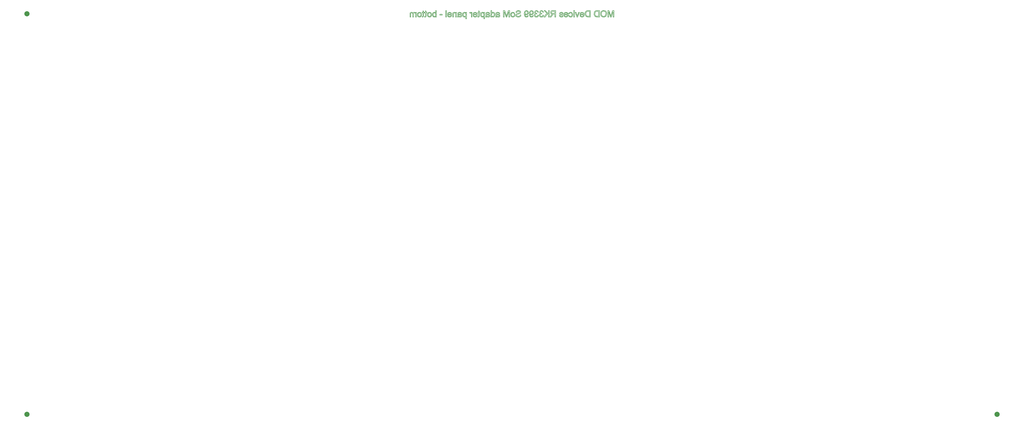
<source format=gbl>
%MOIN*%
%OFA0B0*%
%FSLAX44Y44*%
%IPPOS*%
%LPD*%
%ADD10C,0.07874015748031496*%
%ADD11C,0.0078740157480314977*%
D10*
X00007874Y00001968D03*
X00155511Y00001968D03*
X00007874Y00062992D03*
D11*
X00097209Y00063483D02*
X00097013Y00063483D01*
X00096780Y00062787D01*
X00096752Y00062702D01*
X00096733Y00062641D01*
X00096711Y00062707D01*
X00096681Y00062799D01*
X00096445Y00063483D01*
X00096270Y00063483D01*
X00096270Y00062500D01*
X00096395Y00062500D01*
X00096395Y00063323D01*
X00096681Y00062500D01*
X00096799Y00062500D01*
X00097083Y00063337D01*
X00097083Y00062500D01*
X00097209Y00062500D01*
X00097209Y00063483D01*
X00096091Y00063094D02*
X00096067Y00063197D01*
X00096026Y00063286D01*
X00095968Y00063362D01*
X00095898Y00063423D01*
X00095817Y00063466D01*
X00095728Y00063492D01*
X00095629Y00063501D01*
X00095499Y00063484D01*
X00095383Y00063435D01*
X00095287Y00063358D01*
X00095216Y00063254D01*
X00095173Y00063130D01*
X00095159Y00062990D01*
X00095174Y00062848D01*
X00095219Y00062722D01*
X00095292Y00062619D01*
X00095390Y00062543D01*
X00095505Y00062498D01*
X00095629Y00062483D01*
X00095761Y00062500D01*
X00095878Y00062550D01*
X00095974Y00062629D01*
X00096043Y00062733D01*
X00096086Y00062852D01*
X00096100Y00062979D01*
X00096091Y00063094D01*
X00095942Y00062818D02*
X00095870Y00062696D01*
X00095762Y00062620D01*
X00095630Y00062594D01*
X00095560Y00062601D01*
X00095496Y00062620D01*
X00095439Y00062652D01*
X00095388Y00062697D01*
X00095317Y00062822D01*
X00095293Y00062991D01*
X00095303Y00063103D01*
X00095334Y00063200D01*
X00095384Y00063280D01*
X00095452Y00063339D01*
X00095535Y00063376D01*
X00095628Y00063388D01*
X00095756Y00063365D01*
X00095866Y00063294D01*
X00095909Y00063238D01*
X00095941Y00063167D01*
X00095959Y00063080D01*
X00095965Y00062977D01*
X00095942Y00062818D01*
X00094991Y00063483D02*
X00094652Y00063483D01*
X00094551Y00063480D01*
X00094477Y00063469D01*
X00094399Y00063442D01*
X00094333Y00063399D01*
X00094265Y00063324D01*
X00094217Y00063230D01*
X00094188Y00063121D01*
X00094178Y00062997D01*
X00094185Y00062891D01*
X00094204Y00062798D01*
X00094234Y00062719D01*
X00094271Y00062655D01*
X00094361Y00062566D01*
X00094478Y00062516D01*
X00094636Y00062500D01*
X00094991Y00062500D01*
X00094991Y00063483D01*
X00094651Y00062616D02*
X00094564Y00062620D01*
X00094498Y00062634D01*
X00094410Y00062685D01*
X00094369Y00062739D01*
X00094338Y00062809D01*
X00094319Y00062896D01*
X00094312Y00062999D01*
X00094325Y00063135D01*
X00094363Y00063236D01*
X00094419Y00063305D01*
X00094486Y00063347D01*
X00094554Y00063362D01*
X00094654Y00063367D01*
X00094861Y00063367D01*
X00094861Y00062616D01*
X00094651Y00062616D01*
X00093617Y00063483D02*
X00093278Y00063483D01*
X00093177Y00063480D01*
X00093103Y00063469D01*
X00093025Y00063442D01*
X00092959Y00063399D01*
X00092891Y00063324D01*
X00092843Y00063230D01*
X00092814Y00063121D01*
X00092804Y00062997D01*
X00092811Y00062891D01*
X00092830Y00062798D01*
X00092860Y00062719D01*
X00092897Y00062655D01*
X00092987Y00062566D01*
X00093104Y00062516D01*
X00093262Y00062500D01*
X00093617Y00062500D01*
X00093617Y00063483D01*
X00093277Y00062616D02*
X00093190Y00062620D01*
X00093124Y00062634D01*
X00093036Y00062685D01*
X00092995Y00062739D01*
X00092964Y00062809D01*
X00092945Y00062896D01*
X00092938Y00062999D01*
X00092951Y00063135D01*
X00092989Y00063236D01*
X00093045Y00063305D01*
X00093112Y00063347D01*
X00093180Y00063362D01*
X00093280Y00063367D01*
X00093487Y00063367D01*
X00093487Y00062616D01*
X00093277Y00062616D01*
X00092028Y00062714D02*
X00092070Y00062616D01*
X00092137Y00062544D01*
X00092228Y00062498D01*
X00092341Y00062483D01*
X00092481Y00062507D01*
X00092589Y00062580D01*
X00092658Y00062695D01*
X00092681Y00062850D01*
X00092657Y00063009D01*
X00092588Y00063129D01*
X00092482Y00063203D01*
X00092348Y00063228D01*
X00092218Y00063204D01*
X00092114Y00063131D01*
X00092046Y00063014D01*
X00092024Y00062857D01*
X00092024Y00062825D01*
X00092556Y00062825D01*
X00092536Y00062721D01*
X00092489Y00062645D01*
X00092422Y00062598D01*
X00092340Y00062583D01*
X00092279Y00062591D01*
X00092227Y00062618D01*
X00092185Y00062663D01*
X00092153Y00062729D01*
X00092028Y00062714D01*
X00092151Y00062924D02*
X00092167Y00063003D01*
X00092197Y00063059D01*
X00092263Y00063111D01*
X00092346Y00063129D01*
X00092423Y00063115D01*
X00092486Y00063073D01*
X00092530Y00063008D01*
X00092549Y00062924D01*
X00092151Y00062924D01*
X00091949Y00063212D02*
X00091822Y00063212D01*
X00091669Y00062785D01*
X00091623Y00062642D01*
X00091578Y00062777D01*
X00091420Y00063212D01*
X00091296Y00063212D01*
X00091565Y00062500D01*
X00091678Y00062500D01*
X00091949Y00063212D01*
X00091188Y00063483D02*
X00091068Y00063483D01*
X00091068Y00063344D01*
X00091188Y00063344D01*
X00091188Y00063483D01*
X00091188Y00063212D02*
X00091068Y00063212D01*
X00091068Y00062500D01*
X00091188Y00062500D01*
X00091188Y00063212D01*
X00090300Y00062745D02*
X00090335Y00062636D01*
X00090400Y00062553D01*
X00090489Y00062501D01*
X00090597Y00062483D01*
X00090729Y00062507D01*
X00090832Y00062579D01*
X00090898Y00062695D01*
X00090921Y00062853D01*
X00090911Y00062961D01*
X00090882Y00063055D01*
X00090834Y00063131D01*
X00090766Y00063185D01*
X00090684Y00063217D01*
X00090596Y00063228D01*
X00090490Y00063213D01*
X00090406Y00063169D01*
X00090346Y00063098D01*
X00090311Y00063003D01*
X00090429Y00062985D01*
X00090452Y00063047D01*
X00090488Y00063093D01*
X00090535Y00063120D01*
X00090591Y00063129D01*
X00090674Y00063112D01*
X00090740Y00063063D01*
X00090782Y00062979D01*
X00090797Y00062856D01*
X00090783Y00062732D01*
X00090742Y00062648D01*
X00090678Y00062599D01*
X00090598Y00062583D01*
X00090533Y00062594D01*
X00090479Y00062626D01*
X00090440Y00062682D01*
X00090419Y00062760D01*
X00090300Y00062745D01*
X00089584Y00062714D02*
X00089626Y00062616D01*
X00089694Y00062544D01*
X00089784Y00062498D01*
X00089898Y00062483D01*
X00090038Y00062507D01*
X00090145Y00062580D01*
X00090214Y00062695D01*
X00090237Y00062850D01*
X00090214Y00063009D01*
X00090144Y00063129D01*
X00090038Y00063203D01*
X00089904Y00063228D01*
X00089774Y00063204D01*
X00089671Y00063131D01*
X00089603Y00063014D01*
X00089580Y00062857D01*
X00089581Y00062825D01*
X00090112Y00062825D01*
X00090092Y00062721D01*
X00090046Y00062645D01*
X00089979Y00062598D01*
X00089897Y00062583D01*
X00089835Y00062591D01*
X00089783Y00062618D01*
X00089741Y00062663D01*
X00089709Y00062729D01*
X00089584Y00062714D01*
X00089708Y00062924D02*
X00089723Y00063003D01*
X00089753Y00063059D01*
X00089820Y00063111D01*
X00089903Y00063129D01*
X00089979Y00063115D01*
X00090043Y00063073D01*
X00090087Y00063008D01*
X00090106Y00062924D01*
X00089708Y00062924D01*
X00089361Y00062731D02*
X00089342Y00062668D01*
X00089305Y00062621D01*
X00089250Y00062592D01*
X00089177Y00062583D01*
X00089104Y00062591D01*
X00089054Y00062617D01*
X00089023Y00062653D01*
X00089013Y00062696D01*
X00089022Y00062733D01*
X00089049Y00062760D01*
X00089092Y00062779D01*
X00089172Y00062801D01*
X00089285Y00062833D01*
X00089356Y00062859D01*
X00089434Y00062927D01*
X00089454Y00062973D01*
X00089461Y00063023D01*
X00089439Y00063111D01*
X00089380Y00063178D01*
X00089303Y00063214D01*
X00089198Y00063228D01*
X00089051Y00063204D01*
X00088996Y00063176D01*
X00088958Y00063139D01*
X00088932Y00063090D01*
X00088916Y00063028D01*
X00089034Y00063012D01*
X00089050Y00063061D01*
X00089081Y00063098D01*
X00089127Y00063121D01*
X00089190Y00063129D01*
X00089261Y00063122D01*
X00089308Y00063101D01*
X00089335Y00063071D01*
X00089344Y00063037D01*
X00089329Y00062995D01*
X00089283Y00062962D01*
X00089247Y00062951D01*
X00089176Y00062932D01*
X00089068Y00062900D01*
X00088997Y00062876D01*
X00088918Y00062812D01*
X00088896Y00062766D01*
X00088889Y00062709D01*
X00088898Y00062650D01*
X00088924Y00062595D01*
X00088967Y00062548D01*
X00089026Y00062513D01*
X00089097Y00062491D01*
X00089176Y00062483D01*
X00089299Y00062498D01*
X00089388Y00062541D01*
X00089448Y00062613D01*
X00089481Y00062712D01*
X00089361Y00062731D01*
X00088346Y00063483D02*
X00087910Y00063483D01*
X00087795Y00063476D01*
X00087710Y00063457D01*
X00087649Y00063420D01*
X00087601Y00063363D01*
X00087570Y00063292D01*
X00087560Y00063215D01*
X00087577Y00063118D01*
X00087628Y00063038D01*
X00087714Y00062980D01*
X00087837Y00062947D01*
X00087759Y00062898D01*
X00087703Y00062839D01*
X00087651Y00062767D01*
X00087480Y00062500D01*
X00087643Y00062500D01*
X00087773Y00062704D01*
X00087825Y00062782D01*
X00087867Y00062840D01*
X00087902Y00062880D01*
X00087933Y00062905D01*
X00087993Y00062932D01*
X00088022Y00062935D01*
X00088065Y00062936D01*
X00088216Y00062936D01*
X00088216Y00062500D01*
X00088346Y00062500D01*
X00088346Y00063483D01*
X00087936Y00063049D02*
X00087857Y00063054D01*
X00087797Y00063067D01*
X00087720Y00063126D01*
X00087701Y00063169D01*
X00087694Y00063215D01*
X00087707Y00063278D01*
X00087745Y00063329D01*
X00087810Y00063363D01*
X00087905Y00063374D01*
X00088216Y00063374D01*
X00088216Y00063049D01*
X00087936Y00063049D01*
X00087361Y00063483D02*
X00087231Y00063483D01*
X00087231Y00062995D01*
X00086743Y00063483D01*
X00086566Y00063483D01*
X00086979Y00063085D01*
X00086548Y00062500D01*
X00086720Y00062500D01*
X00087070Y00062997D01*
X00087231Y00062840D01*
X00087231Y00062500D01*
X00087361Y00062500D01*
X00087361Y00063483D01*
X00086367Y00062775D02*
X00086339Y00062687D01*
X00086296Y00062627D01*
X00086241Y00062593D01*
X00086175Y00062582D01*
X00086096Y00062597D01*
X00086031Y00062641D01*
X00085987Y00062707D01*
X00085972Y00062787D01*
X00085986Y00062863D01*
X00086026Y00062925D01*
X00086088Y00062965D01*
X00086164Y00062979D01*
X00086250Y00062965D01*
X00086236Y00063071D01*
X00086217Y00063070D01*
X00086144Y00063080D01*
X00086078Y00063110D01*
X00086032Y00063161D01*
X00086016Y00063234D01*
X00086027Y00063295D01*
X00086061Y00063344D01*
X00086113Y00063377D01*
X00086177Y00063388D01*
X00086242Y00063377D01*
X00086295Y00063344D01*
X00086333Y00063288D01*
X00086355Y00063211D01*
X00086476Y00063232D01*
X00086440Y00063340D01*
X00086375Y00063420D01*
X00086287Y00063470D01*
X00086180Y00063487D01*
X00086103Y00063478D01*
X00086032Y00063453D01*
X00085972Y00063412D01*
X00085928Y00063358D01*
X00085901Y00063297D01*
X00085892Y00063231D01*
X00085901Y00063171D01*
X00085926Y00063115D01*
X00085969Y00063068D01*
X00086028Y00063032D01*
X00085950Y00063001D01*
X00085892Y00062949D01*
X00085856Y00062877D01*
X00085844Y00062790D01*
X00085867Y00062671D01*
X00085938Y00062572D01*
X00086044Y00062504D01*
X00086175Y00062482D01*
X00086294Y00062501D01*
X00086390Y00062559D01*
X00086457Y00062648D01*
X00086488Y00062759D01*
X00086367Y00062775D01*
X00085603Y00062775D02*
X00085575Y00062687D01*
X00085532Y00062627D01*
X00085477Y00062593D01*
X00085410Y00062582D01*
X00085332Y00062597D01*
X00085266Y00062641D01*
X00085222Y00062707D01*
X00085208Y00062787D01*
X00085221Y00062863D01*
X00085262Y00062925D01*
X00085324Y00062965D01*
X00085400Y00062979D01*
X00085486Y00062965D01*
X00085472Y00063071D01*
X00085453Y00063070D01*
X00085379Y00063080D01*
X00085314Y00063110D01*
X00085267Y00063161D01*
X00085252Y00063234D01*
X00085263Y00063295D01*
X00085297Y00063344D01*
X00085348Y00063377D01*
X00085413Y00063388D01*
X00085478Y00063377D01*
X00085530Y00063344D01*
X00085569Y00063288D01*
X00085591Y00063211D01*
X00085712Y00063232D01*
X00085675Y00063340D01*
X00085611Y00063420D01*
X00085523Y00063470D01*
X00085416Y00063487D01*
X00085338Y00063478D01*
X00085267Y00063453D01*
X00085208Y00063412D01*
X00085164Y00063358D01*
X00085137Y00063297D01*
X00085128Y00063231D01*
X00085136Y00063171D01*
X00085162Y00063115D01*
X00085205Y00063068D01*
X00085263Y00063032D01*
X00085186Y00063001D01*
X00085128Y00062949D01*
X00085092Y00062877D01*
X00085080Y00062790D01*
X00085103Y00062671D01*
X00085174Y00062572D01*
X00085280Y00062504D01*
X00085411Y00062482D01*
X00085530Y00062501D01*
X00085626Y00062559D01*
X00085693Y00062648D01*
X00085724Y00062759D01*
X00085603Y00062775D01*
X00084826Y00062738D02*
X00084805Y00062667D01*
X00084770Y00062619D01*
X00084722Y00062591D01*
X00084663Y00062582D01*
X00084565Y00062608D01*
X00084497Y00062676D01*
X00084472Y00062726D01*
X00084452Y00062791D01*
X00084433Y00062938D01*
X00084434Y00062962D01*
X00084477Y00062910D01*
X00084533Y00062869D01*
X00084598Y00062842D01*
X00084669Y00062833D01*
X00084782Y00062855D01*
X00084876Y00062922D01*
X00084939Y00063024D01*
X00084960Y00063155D01*
X00084938Y00063290D01*
X00084872Y00063396D01*
X00084773Y00063464D01*
X00084651Y00063487D01*
X00084559Y00063474D01*
X00084475Y00063435D01*
X00084405Y00063373D01*
X00084355Y00063288D01*
X00084324Y00063171D01*
X00084313Y00063011D01*
X00084324Y00062842D01*
X00084354Y00062711D01*
X00084405Y00062613D01*
X00084476Y00062541D01*
X00084564Y00062497D01*
X00084666Y00062483D01*
X00084770Y00062499D01*
X00084854Y00062547D01*
X00084913Y00062624D01*
X00084942Y00062727D01*
X00084826Y00062738D01*
X00084461Y00063254D02*
X00084503Y00063326D01*
X00084564Y00063372D01*
X00084636Y00063387D01*
X00084711Y00063371D01*
X00084776Y00063321D01*
X00084821Y00063246D01*
X00084836Y00063151D01*
X00084822Y00063066D01*
X00084779Y00062998D01*
X00084716Y00062954D01*
X00084639Y00062940D01*
X00084563Y00062954D01*
X00084502Y00062998D01*
X00084461Y00063068D01*
X00084448Y00063161D01*
X00084461Y00063254D01*
X00084062Y00062738D02*
X00084040Y00062667D01*
X00084005Y00062619D01*
X00083958Y00062591D01*
X00083899Y00062582D01*
X00083801Y00062608D01*
X00083732Y00062676D01*
X00083708Y00062726D01*
X00083687Y00062791D01*
X00083669Y00062938D01*
X00083670Y00062962D01*
X00083713Y00062910D01*
X00083769Y00062869D01*
X00083834Y00062842D01*
X00083905Y00062833D01*
X00084018Y00062855D01*
X00084111Y00062922D01*
X00084175Y00063024D01*
X00084196Y00063155D01*
X00084174Y00063290D01*
X00084108Y00063396D01*
X00084008Y00063464D01*
X00083887Y00063487D01*
X00083795Y00063474D01*
X00083711Y00063435D01*
X00083641Y00063373D01*
X00083590Y00063288D01*
X00083560Y00063171D01*
X00083549Y00063011D01*
X00083559Y00062842D01*
X00083590Y00062711D01*
X00083641Y00062613D01*
X00083712Y00062541D01*
X00083800Y00062497D01*
X00083901Y00062483D01*
X00084006Y00062499D01*
X00084090Y00062547D01*
X00084149Y00062624D01*
X00084178Y00062727D01*
X00084062Y00062738D01*
X00083697Y00063254D02*
X00083739Y00063326D01*
X00083800Y00063372D01*
X00083872Y00063387D01*
X00083947Y00063371D01*
X00084012Y00063321D01*
X00084057Y00063246D01*
X00084072Y00063151D01*
X00084058Y00063066D01*
X00084015Y00062998D01*
X00083952Y00062954D01*
X00083875Y00062940D01*
X00083799Y00062954D01*
X00083737Y00062998D01*
X00083697Y00063068D01*
X00083683Y00063161D01*
X00083697Y00063254D01*
X00082923Y00062826D02*
X00082908Y00062759D01*
X00082882Y00062705D01*
X00082841Y00062662D01*
X00082783Y00062629D01*
X00082712Y00062607D01*
X00082632Y00062599D01*
X00082501Y00062622D01*
X00082451Y00062648D01*
X00082416Y00062682D01*
X00082395Y00062723D01*
X00082388Y00062767D01*
X00082395Y00062810D01*
X00082415Y00062847D01*
X00082450Y00062879D01*
X00082503Y00062905D01*
X00082567Y00062925D01*
X00082678Y00062953D01*
X00082794Y00062985D01*
X00082868Y00063015D01*
X00082930Y00063056D01*
X00082973Y00063106D01*
X00082999Y00063164D01*
X00083008Y00063229D01*
X00082997Y00063301D01*
X00082966Y00063368D01*
X00082914Y00063425D01*
X00082842Y00063466D01*
X00082756Y00063491D01*
X00082662Y00063500D01*
X00082559Y00063491D01*
X00082469Y00063465D01*
X00082395Y00063421D01*
X00082340Y00063361D01*
X00082306Y00063288D01*
X00082292Y00063206D01*
X00082417Y00063197D01*
X00082439Y00063278D01*
X00082485Y00063337D01*
X00082557Y00063373D01*
X00082656Y00063385D01*
X00082758Y00063374D01*
X00082828Y00063342D01*
X00082869Y00063294D01*
X00082882Y00063238D01*
X00082873Y00063189D01*
X00082844Y00063150D01*
X00082818Y00063133D01*
X00082776Y00063116D01*
X00082720Y00063098D01*
X00082648Y00063080D01*
X00082514Y00063047D01*
X00082430Y00063017D01*
X00082355Y00062973D01*
X00082303Y00062917D01*
X00082273Y00062852D01*
X00082262Y00062777D01*
X00082274Y00062701D01*
X00082307Y00062629D01*
X00082362Y00062568D01*
X00082436Y00062521D01*
X00082526Y00062492D01*
X00082626Y00062483D01*
X00082749Y00062492D01*
X00082850Y00062522D01*
X00082930Y00062570D01*
X00082991Y00062639D01*
X00083030Y00062722D01*
X00083045Y00062816D01*
X00082923Y00062826D01*
X00082138Y00062948D02*
X00082117Y00063028D01*
X00082083Y00063095D01*
X00082035Y00063149D01*
X00081933Y00063208D01*
X00081811Y00063228D01*
X00081677Y00063204D01*
X00081571Y00063132D01*
X00081501Y00063017D01*
X00081477Y00062866D01*
X00081488Y00062743D01*
X00081519Y00062649D01*
X00081569Y00062579D01*
X00081639Y00062527D01*
X00081721Y00062494D01*
X00081811Y00062483D01*
X00081946Y00062507D01*
X00082053Y00062579D01*
X00082122Y00062696D01*
X00082145Y00062856D01*
X00082138Y00062948D01*
X00082006Y00062736D02*
X00081961Y00062651D01*
X00081894Y00062600D01*
X00081811Y00062583D01*
X00081728Y00062600D01*
X00081661Y00062651D01*
X00081616Y00062738D01*
X00081602Y00062860D01*
X00081617Y00062976D01*
X00081662Y00063060D01*
X00081729Y00063111D01*
X00081811Y00063128D01*
X00081894Y00063111D01*
X00081961Y00063060D01*
X00082006Y00062975D01*
X00082021Y00062856D01*
X00082006Y00062736D01*
X00081324Y00063483D02*
X00081128Y00063483D01*
X00080896Y00062787D01*
X00080868Y00062702D01*
X00080849Y00062641D01*
X00080827Y00062707D01*
X00080796Y00062799D01*
X00080561Y00063483D01*
X00080386Y00063483D01*
X00080386Y00062500D01*
X00080511Y00062500D01*
X00080511Y00063323D01*
X00080797Y00062500D01*
X00080914Y00062500D01*
X00081199Y00063337D01*
X00081199Y00062500D01*
X00081324Y00062500D01*
X00081324Y00063483D01*
X00079410Y00062539D02*
X00079474Y00062507D01*
X00079607Y00062483D01*
X00079711Y00062498D01*
X00079787Y00062541D01*
X00079835Y00062606D01*
X00079850Y00062687D01*
X00079827Y00062783D01*
X00079764Y00062852D01*
X00079677Y00062892D01*
X00079633Y00062901D01*
X00079570Y00062910D01*
X00079443Y00062929D01*
X00079355Y00062952D01*
X00079354Y00062983D01*
X00079362Y00063046D01*
X00079388Y00063087D01*
X00079446Y00063118D01*
X00079526Y00063128D01*
X00079600Y00063121D01*
X00079651Y00063098D01*
X00079687Y00063057D01*
X00079711Y00062993D01*
X00079830Y00063009D01*
X00079808Y00063077D01*
X00079777Y00063131D01*
X00079731Y00063172D01*
X00079670Y00063203D01*
X00079508Y00063228D01*
X00079426Y00063223D01*
X00079360Y00063207D01*
X00079310Y00063182D01*
X00079276Y00063153D01*
X00079238Y00063070D01*
X00079234Y00063027D01*
X00079232Y00062959D01*
X00079232Y00062798D01*
X00079232Y00062722D01*
X00079231Y00062661D01*
X00079228Y00062615D01*
X00079225Y00062585D01*
X00079194Y00062500D01*
X00079320Y00062500D01*
X00079344Y00062587D01*
X00079410Y00062539D01*
X00079437Y00062832D02*
X00079552Y00062811D01*
X00079615Y00062800D01*
X00079657Y00062787D01*
X00079705Y00062748D01*
X00079722Y00062691D01*
X00079712Y00062646D01*
X00079685Y00062610D01*
X00079640Y00062586D01*
X00079578Y00062578D01*
X00079512Y00062586D01*
X00079454Y00062609D01*
X00079407Y00062645D01*
X00079374Y00062692D01*
X00079359Y00062743D01*
X00079355Y00062813D01*
X00079355Y00062857D01*
X00079437Y00062832D01*
X00078583Y00062589D02*
X00078621Y00062543D01*
X00078667Y00062510D01*
X00078720Y00062490D01*
X00078782Y00062483D01*
X00078864Y00062495D01*
X00078939Y00062530D01*
X00079002Y00062587D01*
X00079050Y00062662D01*
X00079079Y00062752D01*
X00079089Y00062855D01*
X00079080Y00062957D01*
X00079053Y00063049D01*
X00079009Y00063125D01*
X00078947Y00063182D01*
X00078871Y00063217D01*
X00078788Y00063228D01*
X00078727Y00063221D01*
X00078673Y00063201D01*
X00078591Y00063130D01*
X00078591Y00063483D01*
X00078471Y00063483D01*
X00078471Y00062500D01*
X00078583Y00062500D01*
X00078583Y00062589D01*
X00078950Y00062735D02*
X00078907Y00062650D01*
X00078844Y00062600D01*
X00078771Y00062583D01*
X00078698Y00062599D01*
X00078636Y00062647D01*
X00078595Y00062729D01*
X00078581Y00062845D01*
X00078595Y00062972D01*
X00078637Y00063060D01*
X00078700Y00063111D01*
X00078776Y00063128D01*
X00078850Y00063112D01*
X00078911Y00063062D01*
X00078951Y00062978D01*
X00078965Y00062855D01*
X00078950Y00062735D01*
X00077882Y00062539D02*
X00077945Y00062507D01*
X00078078Y00062483D01*
X00078182Y00062498D01*
X00078259Y00062541D01*
X00078306Y00062606D01*
X00078322Y00062687D01*
X00078298Y00062783D01*
X00078236Y00062852D01*
X00078149Y00062892D01*
X00078104Y00062901D01*
X00078042Y00062910D01*
X00077915Y00062929D01*
X00077826Y00062952D01*
X00077826Y00062983D01*
X00077834Y00063046D01*
X00077860Y00063087D01*
X00077917Y00063118D01*
X00077997Y00063128D01*
X00078071Y00063121D01*
X00078123Y00063098D01*
X00078158Y00063057D01*
X00078183Y00062993D01*
X00078301Y00063009D01*
X00078280Y00063077D01*
X00078248Y00063131D01*
X00078203Y00063172D01*
X00078142Y00063203D01*
X00077980Y00063228D01*
X00077897Y00063223D01*
X00077832Y00063207D01*
X00077782Y00063182D01*
X00077748Y00063153D01*
X00077710Y00063070D01*
X00077706Y00063027D01*
X00077704Y00062959D01*
X00077704Y00062798D01*
X00077704Y00062722D01*
X00077702Y00062661D01*
X00077700Y00062615D01*
X00077696Y00062585D01*
X00077666Y00062500D01*
X00077792Y00062500D01*
X00077816Y00062587D01*
X00077882Y00062539D01*
X00077908Y00062832D02*
X00078023Y00062811D01*
X00078087Y00062800D01*
X00078129Y00062787D01*
X00078176Y00062748D01*
X00078193Y00062691D01*
X00078184Y00062646D01*
X00078157Y00062610D01*
X00078112Y00062586D01*
X00078050Y00062578D01*
X00077984Y00062586D01*
X00077925Y00062609D01*
X00077878Y00062645D01*
X00077846Y00062692D01*
X00077831Y00062743D01*
X00077826Y00062813D01*
X00077826Y00062857D01*
X00077908Y00062832D01*
X00077517Y00063212D02*
X00077407Y00063212D01*
X00077407Y00063119D01*
X00077365Y00063167D01*
X00077319Y00063201D01*
X00077265Y00063221D01*
X00077200Y00063228D01*
X00077114Y00063216D01*
X00077039Y00063181D01*
X00076978Y00063125D01*
X00076934Y00063049D01*
X00076907Y00062959D01*
X00076898Y00062861D01*
X00076908Y00062757D01*
X00076938Y00062664D01*
X00076986Y00062587D01*
X00077052Y00062530D01*
X00077128Y00062495D01*
X00077209Y00062483D01*
X00077317Y00062509D01*
X00077396Y00062573D01*
X00077396Y00062226D01*
X00077517Y00062226D01*
X00077517Y00063212D01*
X00077394Y00062732D02*
X00077352Y00062648D01*
X00077290Y00062599D01*
X00077217Y00062583D01*
X00077142Y00062600D01*
X00077079Y00062651D01*
X00077036Y00062738D01*
X00077022Y00062862D01*
X00077036Y00062981D01*
X00077078Y00063066D01*
X00077139Y00063117D01*
X00077212Y00063134D01*
X00077284Y00063115D01*
X00077348Y00063061D01*
X00077393Y00062973D01*
X00077408Y00062852D01*
X00077394Y00062732D01*
X00076472Y00062501D02*
X00076563Y00062490D01*
X00076621Y00062495D01*
X00076665Y00062511D01*
X00076716Y00062566D01*
X00076727Y00062618D01*
X00076731Y00062708D01*
X00076731Y00063118D01*
X00076819Y00063118D01*
X00076819Y00063212D01*
X00076731Y00063212D01*
X00076731Y00063388D01*
X00076610Y00063461D01*
X00076610Y00063212D01*
X00076489Y00063212D01*
X00076489Y00063118D01*
X00076610Y00063118D01*
X00076610Y00062701D01*
X00076609Y00062659D01*
X00076604Y00062635D01*
X00076583Y00062612D01*
X00076542Y00062603D01*
X00076489Y00062608D01*
X00076472Y00062501D01*
X00075758Y00062714D02*
X00075800Y00062616D01*
X00075868Y00062544D01*
X00075959Y00062498D01*
X00076072Y00062483D01*
X00076212Y00062507D01*
X00076320Y00062580D01*
X00076388Y00062695D01*
X00076411Y00062850D01*
X00076388Y00063009D01*
X00076319Y00063129D01*
X00076212Y00063203D01*
X00076078Y00063228D01*
X00075949Y00063204D01*
X00075845Y00063131D01*
X00075777Y00063014D01*
X00075754Y00062857D01*
X00075755Y00062825D01*
X00076286Y00062825D01*
X00076266Y00062721D01*
X00076220Y00062645D01*
X00076153Y00062598D01*
X00076071Y00062583D01*
X00076009Y00062591D01*
X00075958Y00062618D01*
X00075916Y00062663D01*
X00075883Y00062729D01*
X00075758Y00062714D01*
X00075882Y00062924D02*
X00075897Y00063003D01*
X00075927Y00063059D01*
X00075994Y00063111D01*
X00076077Y00063129D01*
X00076154Y00063115D01*
X00076217Y00063073D01*
X00076261Y00063008D01*
X00076280Y00062924D01*
X00075882Y00062924D01*
X00075608Y00063212D02*
X00075499Y00063212D01*
X00075499Y00063104D01*
X00075459Y00063167D01*
X00075423Y00063204D01*
X00075345Y00063228D01*
X00075284Y00063218D01*
X00075221Y00063189D01*
X00075263Y00063077D01*
X00075307Y00063097D01*
X00075351Y00063103D01*
X00075422Y00063080D01*
X00075467Y00063013D01*
X00075487Y00062873D01*
X00075487Y00062500D01*
X00075608Y00062500D01*
X00075608Y00063212D01*
X00074767Y00063212D02*
X00074657Y00063212D01*
X00074657Y00063119D01*
X00074616Y00063167D01*
X00074570Y00063201D01*
X00074515Y00063221D01*
X00074451Y00063228D01*
X00074365Y00063216D01*
X00074290Y00063181D01*
X00074229Y00063125D01*
X00074184Y00063049D01*
X00074158Y00062959D01*
X00074149Y00062861D01*
X00074159Y00062757D01*
X00074188Y00062664D01*
X00074236Y00062587D01*
X00074302Y00062530D01*
X00074379Y00062495D01*
X00074459Y00062483D01*
X00074568Y00062509D01*
X00074647Y00062573D01*
X00074647Y00062226D01*
X00074767Y00062226D01*
X00074767Y00063212D01*
X00074644Y00062732D02*
X00074602Y00062648D01*
X00074541Y00062599D01*
X00074468Y00062583D01*
X00074393Y00062600D01*
X00074330Y00062651D01*
X00074287Y00062738D01*
X00074272Y00062862D01*
X00074286Y00062981D01*
X00074328Y00063066D01*
X00074390Y00063117D01*
X00074462Y00063134D01*
X00074535Y00063115D01*
X00074599Y00063061D01*
X00074643Y00062973D01*
X00074658Y00062852D01*
X00074644Y00062732D01*
X00073604Y00062539D02*
X00073667Y00062507D01*
X00073801Y00062483D01*
X00073904Y00062498D01*
X00073981Y00062541D01*
X00074028Y00062606D01*
X00074044Y00062687D01*
X00074020Y00062783D01*
X00073958Y00062852D01*
X00073871Y00062892D01*
X00073826Y00062901D01*
X00073764Y00062910D01*
X00073637Y00062929D01*
X00073548Y00062952D01*
X00073548Y00062983D01*
X00073556Y00063046D01*
X00073582Y00063087D01*
X00073639Y00063118D01*
X00073719Y00063128D01*
X00073793Y00063121D01*
X00073845Y00063098D01*
X00073881Y00063057D01*
X00073905Y00062993D01*
X00074023Y00063009D01*
X00074002Y00063077D01*
X00073970Y00063131D01*
X00073925Y00063172D01*
X00073864Y00063203D01*
X00073702Y00063228D01*
X00073619Y00063223D01*
X00073554Y00063207D01*
X00073504Y00063182D01*
X00073470Y00063153D01*
X00073432Y00063070D01*
X00073428Y00063027D01*
X00073426Y00062959D01*
X00073426Y00062798D01*
X00073426Y00062722D01*
X00073424Y00062661D01*
X00073422Y00062615D01*
X00073419Y00062585D01*
X00073388Y00062500D01*
X00073514Y00062500D01*
X00073538Y00062587D01*
X00073604Y00062539D01*
X00073631Y00062832D02*
X00073746Y00062811D01*
X00073809Y00062800D01*
X00073851Y00062787D01*
X00073899Y00062748D01*
X00073915Y00062691D01*
X00073906Y00062646D01*
X00073879Y00062610D01*
X00073834Y00062586D01*
X00073772Y00062578D01*
X00073706Y00062586D01*
X00073648Y00062609D01*
X00073601Y00062645D01*
X00073568Y00062692D01*
X00073553Y00062743D01*
X00073548Y00062813D01*
X00073548Y00062857D01*
X00073631Y00062832D01*
X00073239Y00063212D02*
X00073130Y00063212D01*
X00073130Y00063111D01*
X00073087Y00063162D01*
X00073034Y00063199D01*
X00072973Y00063221D01*
X00072904Y00063228D01*
X00072785Y00063205D01*
X00072738Y00063178D01*
X00072704Y00063144D01*
X00072667Y00063055D01*
X00072662Y00063009D01*
X00072660Y00062938D01*
X00072660Y00062500D01*
X00072781Y00062500D01*
X00072781Y00062933D01*
X00072784Y00062997D01*
X00072795Y00063043D01*
X00072845Y00063102D01*
X00072929Y00063123D01*
X00073001Y00063111D01*
X00073062Y00063074D01*
X00073104Y00063004D01*
X00073118Y00062889D01*
X00073118Y00062500D01*
X00073239Y00062500D01*
X00073239Y00063212D01*
X00071862Y00062714D02*
X00071904Y00062616D01*
X00071972Y00062544D01*
X00072063Y00062498D01*
X00072176Y00062483D01*
X00072316Y00062507D01*
X00072424Y00062580D01*
X00072492Y00062695D01*
X00072515Y00062850D01*
X00072492Y00063009D01*
X00072423Y00063129D01*
X00072316Y00063203D01*
X00072182Y00063228D01*
X00072053Y00063204D01*
X00071949Y00063131D01*
X00071881Y00063014D01*
X00071858Y00062857D01*
X00071859Y00062825D01*
X00072390Y00062825D01*
X00072370Y00062721D01*
X00072324Y00062645D01*
X00072257Y00062598D01*
X00072175Y00062583D01*
X00072113Y00062591D01*
X00072062Y00062618D01*
X00072019Y00062663D01*
X00071987Y00062729D01*
X00071862Y00062714D01*
X00071986Y00062924D02*
X00072001Y00063003D01*
X00072031Y00063059D01*
X00072098Y00063111D01*
X00072181Y00063129D01*
X00072258Y00063115D01*
X00072321Y00063073D01*
X00072365Y00063008D01*
X00072384Y00062924D01*
X00071986Y00062924D01*
X00071713Y00063483D02*
X00071593Y00063483D01*
X00071593Y00062500D01*
X00071713Y00062500D01*
X00071713Y00063483D01*
X00071071Y00062916D02*
X00070700Y00062916D01*
X00070700Y00062795D01*
X00071071Y00062795D01*
X00071071Y00062916D01*
X00070185Y00062500D02*
X00070185Y00063483D01*
X00070064Y00063483D01*
X00070064Y00063132D01*
X00069977Y00063204D01*
X00069869Y00063228D01*
X00069805Y00063222D01*
X00069745Y00063202D01*
X00069648Y00063127D01*
X00069589Y00063011D01*
X00069567Y00062866D01*
X00069590Y00062704D01*
X00069658Y00062583D01*
X00069757Y00062508D01*
X00069875Y00062483D01*
X00069935Y00062490D01*
X00069988Y00062510D01*
X00070034Y00062543D01*
X00070073Y00062589D01*
X00070073Y00062500D01*
X00070185Y00062500D01*
X00070066Y00062751D02*
X00070039Y00062676D01*
X00069972Y00062606D01*
X00069885Y00062583D01*
X00069811Y00062600D01*
X00069748Y00062651D01*
X00069705Y00062737D01*
X00069691Y00062856D01*
X00069704Y00062978D01*
X00069746Y00063062D01*
X00069807Y00063112D01*
X00069880Y00063129D01*
X00069954Y00063112D01*
X00070017Y00063060D01*
X00070060Y00062976D01*
X00070074Y00062861D01*
X00070066Y00062751D01*
X00069458Y00062948D02*
X00069438Y00063028D01*
X00069403Y00063095D01*
X00069355Y00063149D01*
X00069253Y00063208D01*
X00069131Y00063228D01*
X00068997Y00063204D01*
X00068891Y00063132D01*
X00068821Y00063017D01*
X00068798Y00062866D01*
X00068808Y00062743D01*
X00068839Y00062649D01*
X00068889Y00062579D01*
X00068959Y00062527D01*
X00069041Y00062494D01*
X00069131Y00062483D01*
X00069266Y00062507D01*
X00069373Y00062579D01*
X00069442Y00062696D01*
X00069465Y00062856D01*
X00069458Y00062948D01*
X00069326Y00062736D02*
X00069281Y00062651D01*
X00069214Y00062600D01*
X00069131Y00062583D01*
X00069049Y00062600D01*
X00068981Y00062651D01*
X00068937Y00062738D01*
X00068922Y00062860D01*
X00068937Y00062976D01*
X00068982Y00063060D01*
X00069049Y00063111D01*
X00069131Y00063128D01*
X00069214Y00063111D01*
X00069281Y00063060D01*
X00069326Y00062975D01*
X00069341Y00062856D01*
X00069326Y00062736D01*
X00068375Y00062501D02*
X00068466Y00062490D01*
X00068524Y00062495D01*
X00068568Y00062511D01*
X00068619Y00062566D01*
X00068630Y00062618D01*
X00068634Y00062708D01*
X00068634Y00063118D01*
X00068722Y00063118D01*
X00068722Y00063212D01*
X00068634Y00063212D01*
X00068634Y00063388D01*
X00068514Y00063461D01*
X00068514Y00063212D01*
X00068392Y00063212D01*
X00068392Y00063118D01*
X00068514Y00063118D01*
X00068514Y00062701D01*
X00068512Y00062659D01*
X00068507Y00062635D01*
X00068487Y00062612D01*
X00068445Y00062603D01*
X00068392Y00062608D01*
X00068375Y00062501D01*
X00067993Y00062501D02*
X00068084Y00062490D01*
X00068143Y00062495D01*
X00068186Y00062511D01*
X00068237Y00062566D01*
X00068248Y00062618D01*
X00068252Y00062708D01*
X00068252Y00063118D01*
X00068341Y00063118D01*
X00068341Y00063212D01*
X00068252Y00063212D01*
X00068252Y00063388D01*
X00068132Y00063461D01*
X00068132Y00063212D01*
X00068011Y00063212D01*
X00068011Y00063118D01*
X00068132Y00063118D01*
X00068132Y00062701D01*
X00068130Y00062659D01*
X00068126Y00062635D01*
X00068105Y00062612D01*
X00068064Y00062603D01*
X00068011Y00062608D01*
X00067993Y00062501D01*
X00067930Y00062948D02*
X00067910Y00063028D01*
X00067875Y00063095D01*
X00067827Y00063149D01*
X00067725Y00063208D01*
X00067603Y00063228D01*
X00067470Y00063204D01*
X00067363Y00063132D01*
X00067293Y00063017D01*
X00067270Y00062866D01*
X00067280Y00062743D01*
X00067311Y00062649D01*
X00067362Y00062579D01*
X00067431Y00062527D01*
X00067514Y00062494D01*
X00067603Y00062483D01*
X00067739Y00062507D01*
X00067845Y00062579D01*
X00067914Y00062696D01*
X00067937Y00062856D01*
X00067930Y00062948D01*
X00067798Y00062736D02*
X00067754Y00062651D01*
X00067686Y00062600D01*
X00067603Y00062583D01*
X00067521Y00062600D01*
X00067454Y00062651D01*
X00067409Y00062738D01*
X00067394Y00062860D01*
X00067409Y00062976D01*
X00067454Y00063060D01*
X00067521Y00063111D01*
X00067603Y00063128D01*
X00067686Y00063111D01*
X00067754Y00063060D01*
X00067798Y00062975D01*
X00067813Y00062856D01*
X00067798Y00062736D01*
X00067128Y00063212D02*
X00067020Y00063212D01*
X00067020Y00063112D01*
X00066931Y00063196D01*
X00066871Y00063220D01*
X00066804Y00063228D01*
X00066732Y00063220D01*
X00066674Y00063195D01*
X00066631Y00063156D01*
X00066603Y00063103D01*
X00066557Y00063158D01*
X00066506Y00063197D01*
X00066447Y00063220D01*
X00066383Y00063228D01*
X00066289Y00063213D01*
X00066220Y00063169D01*
X00066177Y00063095D01*
X00066163Y00062989D01*
X00066163Y00062500D01*
X00066283Y00062500D01*
X00066283Y00062948D01*
X00066286Y00063011D01*
X00066295Y00063053D01*
X00066337Y00063104D01*
X00066410Y00063123D01*
X00066478Y00063111D01*
X00066534Y00063073D01*
X00066572Y00063008D01*
X00066584Y00062913D01*
X00066584Y00062500D01*
X00066705Y00062500D01*
X00066705Y00062962D01*
X00066712Y00063033D01*
X00066734Y00063083D01*
X00066773Y00063113D01*
X00066831Y00063123D01*
X00066880Y00063117D01*
X00066925Y00063097D01*
X00066988Y00063018D01*
X00067003Y00062955D01*
X00067007Y00062869D01*
X00067007Y00062500D01*
X00067128Y00062500D01*
X00067128Y00063212D01*
M02*
</source>
